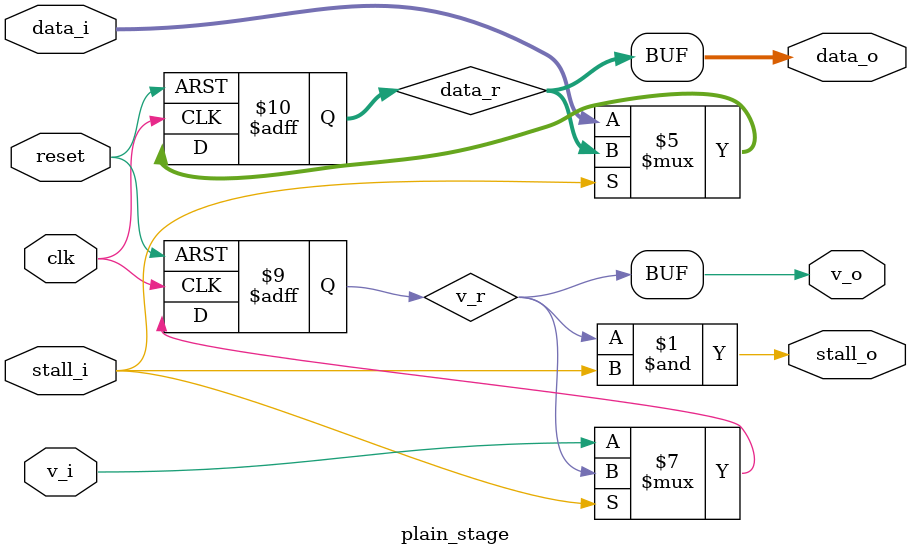
<source format=v>
module plain_stage(clk, reset,
                v_i, v_o,
                data_i, data_o,
                stall_i, stall_o);

    input  clk, reset;
    input  v_i;
    output v_o;
    input [31:0] data_i;
    output [31:0] data_o;
    input stall_i;
    output stall_o;

    reg v_r;
    reg [31:0] data_r;

    assign v_o = v_r;
    assign data_o = data_r;
    assign stall_o = (v_r & stall_i);

    always @(posedge clk or negedge reset) begin
        if (~reset) begin
            v_r <= 0;
            data_r <= 0;
        end else begin
            if (~stall_i) begin
                v_r <= v_i;
                data_r <= data_i;
            end
        end
    end
endmodule
</source>
